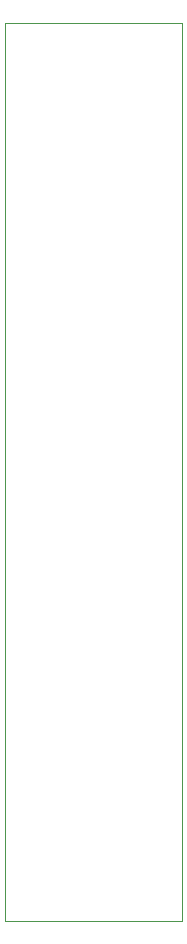
<source format=gm1>
G04 #@! TF.GenerationSoftware,KiCad,Pcbnew,7.0.2*
G04 #@! TF.CreationDate,2023-05-08T17:21:18+01:00*
G04 #@! TF.ProjectId,heron,6865726f-6e2e-46b6-9963-61645f706362,rev?*
G04 #@! TF.SameCoordinates,Original*
G04 #@! TF.FileFunction,Profile,NP*
%FSLAX46Y46*%
G04 Gerber Fmt 4.6, Leading zero omitted, Abs format (unit mm)*
G04 Created by KiCad (PCBNEW 7.0.2) date 2023-05-08 17:21:18*
%MOMM*%
%LPD*%
G01*
G04 APERTURE LIST*
G04 #@! TA.AperFunction,Profile*
%ADD10C,0.100000*%
G04 #@! TD*
G04 APERTURE END LIST*
D10*
X150000000Y-28500000D02*
X165000000Y-28500000D01*
X165000000Y-104500000D01*
X150000000Y-104500000D01*
X150000000Y-28500000D01*
M02*

</source>
